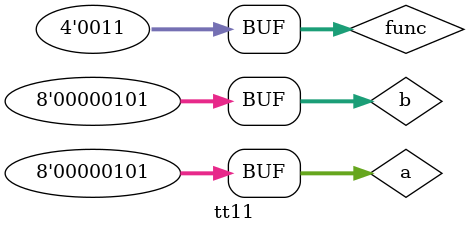
<source format=v>
`timescale 1ns / 1ps


module tt11;

	// Inputs
	reg [7:0] a;
	reg [7:0] b;
	reg [3:0] func;

	// Outputs
	wire zf;
	wire of;
	wire cf;
	wire sf;
	wire [7:0] res;

	// Instantiate the Unit Under Test (UUT)
	alu_8bit uut (
		.a(a), 
		.b(b), 
		.func(func), 
		.zf(zf), 
		.of(of), 
		.cf(cf), 
		.sf(sf), 
		.res(res)
	);

	initial begin
		// Initialize Inputs
		a = 5;
		b = 5;
		func = 1;
		#50;
		
		a = 5;
		b = 5;
		func = 3;
		#50;
	end
      
endmodule


</source>
